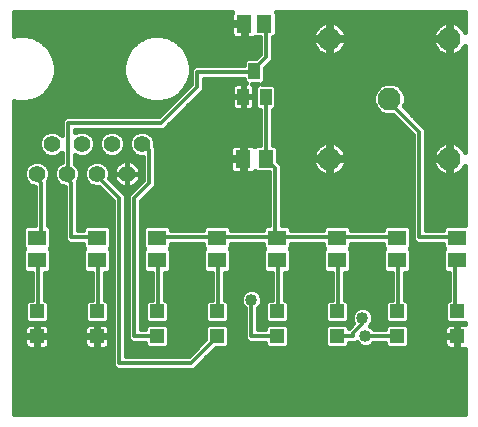
<source format=gtl>
G75*
%MOIN*%
%OFA0B0*%
%FSLAX24Y24*%
%IPPOS*%
%LPD*%
%AMOC8*
5,1,8,0,0,1.08239X$1,22.5*
%
%ADD10C,0.0554*%
%ADD11C,0.0765*%
%ADD12R,0.0512X0.0591*%
%ADD13R,0.0394X0.0551*%
%ADD14R,0.0630X0.0512*%
%ADD15R,0.0472X0.0472*%
%ADD16C,0.0160*%
%ADD17C,0.0140*%
%ADD18C,0.0400*%
D10*
X001430Y008680D03*
X002430Y008680D03*
X003430Y008680D03*
X004430Y008680D03*
X003930Y009680D03*
X004930Y009680D03*
X002930Y009680D03*
X001930Y009680D03*
D11*
X011180Y009180D03*
X013180Y011180D03*
X011180Y013180D03*
X015180Y013180D03*
X015180Y009180D03*
D12*
X009054Y009180D03*
X008306Y009180D03*
X008345Y013680D03*
X009015Y013680D03*
D13*
X008680Y012113D03*
X008306Y011247D03*
X009054Y011247D03*
D14*
X009430Y006554D03*
X009430Y005806D03*
X007430Y005806D03*
X007430Y006554D03*
X005430Y006554D03*
X005430Y005806D03*
X003430Y005806D03*
X003430Y006554D03*
X001430Y006554D03*
X001430Y005806D03*
X011430Y005806D03*
X011430Y006554D03*
X013430Y006554D03*
X013430Y005806D03*
X015430Y005806D03*
X015430Y006554D03*
D15*
X015430Y004093D03*
X015430Y003267D03*
X013430Y003267D03*
X013430Y004093D03*
X011430Y004093D03*
X011430Y003267D03*
X009430Y003267D03*
X009430Y004093D03*
X007430Y004093D03*
X007430Y003267D03*
X005430Y003267D03*
X005430Y004093D03*
X003430Y004093D03*
X003430Y003267D03*
X001430Y003267D03*
X001430Y004093D03*
D16*
X000660Y000660D02*
X000660Y011093D01*
X000783Y011060D01*
X001077Y011060D01*
X001362Y011136D01*
X001618Y011284D01*
X001826Y011492D01*
X001974Y011748D01*
X002050Y012033D01*
X002050Y012327D01*
X001974Y012612D01*
X001826Y012868D01*
X001618Y013076D01*
X001362Y013224D01*
X001077Y013300D01*
X000783Y013300D01*
X000660Y013267D01*
X000660Y014070D01*
X007936Y014070D01*
X007922Y014045D01*
X007909Y013999D01*
X007909Y013728D01*
X008297Y013728D01*
X008297Y013632D01*
X007909Y013632D01*
X007909Y013361D01*
X007922Y013315D01*
X007945Y013274D01*
X007979Y013241D01*
X008020Y013217D01*
X008066Y013205D01*
X008297Y013205D01*
X008297Y013632D01*
X008393Y013632D01*
X008393Y013205D01*
X008625Y013205D01*
X008671Y013217D01*
X008689Y013228D01*
X008692Y013225D01*
X008850Y013225D01*
X008850Y012675D01*
X008723Y012549D01*
X008417Y012549D01*
X008323Y012455D01*
X008323Y012310D01*
X006685Y012310D01*
X006550Y012175D01*
X006550Y011675D01*
X005485Y010610D01*
X002385Y010610D01*
X002250Y010475D01*
X002250Y009978D01*
X002178Y010051D01*
X002017Y010117D01*
X001843Y010117D01*
X001682Y010051D01*
X001559Y009928D01*
X001493Y009767D01*
X001493Y009593D01*
X001559Y009432D01*
X001682Y009309D01*
X001843Y009243D01*
X002017Y009243D01*
X002178Y009309D01*
X002250Y009382D01*
X002250Y009079D01*
X002182Y009051D01*
X002059Y008928D01*
X001993Y008767D01*
X001993Y008593D01*
X002059Y008432D01*
X002182Y008309D01*
X002343Y008243D01*
X002350Y008243D01*
X002350Y006485D01*
X002485Y006350D01*
X002955Y006350D01*
X002955Y006232D01*
X003007Y006180D01*
X002955Y006128D01*
X002955Y005484D01*
X003049Y005390D01*
X003250Y005390D01*
X003250Y004490D01*
X003128Y004490D01*
X003034Y004396D01*
X003034Y003791D01*
X003128Y003697D01*
X003732Y003697D01*
X003826Y003791D01*
X003826Y004396D01*
X003732Y004490D01*
X003710Y004490D01*
X003710Y005390D01*
X003811Y005390D01*
X003905Y005484D01*
X003905Y006128D01*
X003853Y006180D01*
X003905Y006232D01*
X003905Y006876D01*
X003811Y006970D01*
X003049Y006970D01*
X002955Y006876D01*
X002955Y006810D01*
X002810Y006810D01*
X002810Y008455D01*
X002867Y008593D01*
X002867Y008767D01*
X002801Y008928D01*
X002710Y009018D01*
X002710Y009298D01*
X002843Y009243D01*
X003017Y009243D01*
X003178Y009309D01*
X003301Y009432D01*
X003367Y009593D01*
X003367Y009767D01*
X003301Y009928D01*
X003178Y010051D01*
X003017Y010117D01*
X002843Y010117D01*
X002710Y010062D01*
X002710Y010150D01*
X005675Y010150D01*
X005810Y010285D01*
X007010Y011485D01*
X007010Y011850D01*
X008323Y011850D01*
X008323Y011771D01*
X008392Y011703D01*
X008324Y011703D01*
X008324Y011265D01*
X008683Y011265D01*
X008683Y011546D01*
X008671Y011592D01*
X008647Y011633D01*
X008613Y011667D01*
X008594Y011677D01*
X008786Y011677D01*
X008697Y011589D01*
X008697Y010905D01*
X008791Y010811D01*
X008850Y010811D01*
X008850Y009635D01*
X008732Y009635D01*
X008694Y009598D01*
X008672Y009619D01*
X008631Y009643D01*
X008586Y009655D01*
X008354Y009655D01*
X008354Y009228D01*
X008258Y009228D01*
X008258Y009655D01*
X008026Y009655D01*
X007981Y009643D01*
X007940Y009619D01*
X007906Y009586D01*
X007882Y009545D01*
X007870Y009499D01*
X007870Y009228D01*
X008258Y009228D01*
X008258Y009132D01*
X008354Y009132D01*
X008354Y008705D01*
X008586Y008705D01*
X008631Y008717D01*
X008672Y008741D01*
X008694Y008762D01*
X008732Y008725D01*
X009150Y008725D01*
X009150Y006970D01*
X009049Y006970D01*
X008955Y006876D01*
X008955Y006810D01*
X007905Y006810D01*
X007905Y006876D01*
X007811Y006970D01*
X007049Y006970D01*
X006955Y006876D01*
X006955Y006810D01*
X005905Y006810D01*
X005905Y006876D01*
X005811Y006970D01*
X005049Y006970D01*
X004955Y006876D01*
X004955Y006232D01*
X005007Y006180D01*
X004955Y006128D01*
X004955Y005484D01*
X005049Y005390D01*
X005250Y005390D01*
X005250Y004490D01*
X005128Y004490D01*
X005034Y004396D01*
X005034Y003791D01*
X005128Y003697D01*
X005732Y003697D01*
X005826Y003791D01*
X005826Y004396D01*
X005732Y004490D01*
X005710Y004490D01*
X005710Y005390D01*
X005811Y005390D01*
X005905Y005484D01*
X005905Y006128D01*
X005853Y006180D01*
X005905Y006232D01*
X005905Y006350D01*
X006955Y006350D01*
X006955Y006232D01*
X007007Y006180D01*
X006955Y006128D01*
X006955Y005484D01*
X007049Y005390D01*
X007250Y005390D01*
X007250Y004490D01*
X007128Y004490D01*
X007034Y004396D01*
X007034Y003791D01*
X007128Y003697D01*
X007732Y003697D01*
X007826Y003791D01*
X007826Y004396D01*
X007732Y004490D01*
X007710Y004490D01*
X007710Y005390D01*
X007811Y005390D01*
X007905Y005484D01*
X007905Y006128D01*
X007853Y006180D01*
X007905Y006232D01*
X007905Y006350D01*
X008955Y006350D01*
X008955Y006232D01*
X009007Y006180D01*
X008955Y006128D01*
X008955Y005484D01*
X009049Y005390D01*
X009250Y005390D01*
X009250Y004490D01*
X009128Y004490D01*
X009034Y004396D01*
X009034Y003791D01*
X009128Y003697D01*
X009732Y003697D01*
X009826Y003791D01*
X009826Y004396D01*
X009732Y004490D01*
X009710Y004490D01*
X009710Y005390D01*
X009811Y005390D01*
X009905Y005484D01*
X009905Y006128D01*
X009853Y006180D01*
X009905Y006232D01*
X009905Y006350D01*
X010955Y006350D01*
X010955Y006232D01*
X011007Y006180D01*
X010955Y006128D01*
X010955Y005484D01*
X011049Y005390D01*
X011250Y005390D01*
X011250Y004490D01*
X011128Y004490D01*
X011034Y004396D01*
X011034Y003791D01*
X011128Y003697D01*
X011732Y003697D01*
X011826Y003791D01*
X011826Y004396D01*
X011732Y004490D01*
X011710Y004490D01*
X011710Y005390D01*
X011811Y005390D01*
X011905Y005484D01*
X011905Y006128D01*
X011853Y006180D01*
X011905Y006232D01*
X011905Y006350D01*
X012955Y006350D01*
X012955Y006232D01*
X013007Y006180D01*
X012955Y006128D01*
X012955Y005484D01*
X013049Y005390D01*
X013250Y005390D01*
X013250Y004490D01*
X013128Y004490D01*
X013034Y004396D01*
X013034Y003791D01*
X013128Y003697D01*
X013732Y003697D01*
X013826Y003791D01*
X013826Y004396D01*
X013732Y004490D01*
X013710Y004490D01*
X013710Y005390D01*
X013811Y005390D01*
X013905Y005484D01*
X013905Y006128D01*
X013853Y006180D01*
X013905Y006232D01*
X013905Y006876D01*
X013811Y006970D01*
X013049Y006970D01*
X012955Y006876D01*
X012955Y006810D01*
X011905Y006810D01*
X011905Y006876D01*
X011811Y006970D01*
X011049Y006970D01*
X010955Y006876D01*
X010955Y006810D01*
X009905Y006810D01*
X009905Y006876D01*
X009811Y006970D01*
X009610Y006970D01*
X009610Y008975D01*
X009475Y009110D01*
X009470Y009115D01*
X009470Y009542D01*
X009376Y009635D01*
X009310Y009635D01*
X009310Y010811D01*
X009317Y010811D01*
X009411Y010905D01*
X009411Y011589D01*
X009317Y011683D01*
X008948Y011683D01*
X009037Y011771D01*
X009037Y012212D01*
X009175Y012350D01*
X009310Y012485D01*
X009310Y013225D01*
X009337Y013225D01*
X009431Y013318D01*
X009431Y014042D01*
X009402Y014070D01*
X015692Y014070D01*
X015692Y013414D01*
X015661Y013475D01*
X015609Y013546D01*
X015546Y013609D01*
X015475Y013661D01*
X015396Y013701D01*
X015312Y013729D01*
X015228Y013742D01*
X015228Y013228D01*
X015132Y013228D01*
X015132Y013742D01*
X015048Y013729D01*
X014964Y013701D01*
X014885Y013661D01*
X014814Y013609D01*
X014751Y013546D01*
X014699Y013475D01*
X014659Y013396D01*
X014631Y013312D01*
X014618Y013228D01*
X015132Y013228D01*
X015132Y013132D01*
X015228Y013132D01*
X015228Y012618D01*
X015312Y012631D01*
X015396Y012659D01*
X015475Y012699D01*
X015546Y012751D01*
X015609Y012814D01*
X015661Y012885D01*
X015692Y012946D01*
X015692Y009414D01*
X015661Y009475D01*
X015609Y009546D01*
X015546Y009609D01*
X015475Y009661D01*
X015396Y009701D01*
X015312Y009729D01*
X015228Y009742D01*
X015228Y009228D01*
X015132Y009228D01*
X015132Y009742D01*
X015048Y009729D01*
X014964Y009701D01*
X014885Y009661D01*
X014814Y009609D01*
X014751Y009546D01*
X014699Y009475D01*
X014659Y009396D01*
X014631Y009312D01*
X014618Y009228D01*
X015132Y009228D01*
X015132Y009132D01*
X015228Y009132D01*
X015228Y008618D01*
X015312Y008631D01*
X015396Y008659D01*
X015475Y008699D01*
X015546Y008751D01*
X015609Y008814D01*
X015661Y008885D01*
X015692Y008946D01*
X015692Y006970D01*
X015049Y006970D01*
X014955Y006876D01*
X014955Y006810D01*
X014410Y006810D01*
X014410Y010175D01*
X013661Y010924D01*
X013722Y011072D01*
X013722Y011288D01*
X013640Y011487D01*
X013487Y011640D01*
X013288Y011722D01*
X013072Y011722D01*
X012873Y011640D01*
X012720Y011487D01*
X012638Y011288D01*
X012638Y011072D01*
X012720Y010873D01*
X012873Y010720D01*
X013072Y010638D01*
X013288Y010638D01*
X013295Y010640D01*
X013950Y009985D01*
X013950Y006485D01*
X014085Y006350D01*
X014955Y006350D01*
X014955Y006232D01*
X015007Y006180D01*
X014955Y006128D01*
X014955Y005484D01*
X015049Y005390D01*
X015150Y005390D01*
X015150Y004490D01*
X015128Y004490D01*
X015034Y004396D01*
X015034Y003791D01*
X015128Y003697D01*
X015692Y003697D01*
X015692Y003682D01*
X015690Y003683D01*
X015468Y003683D01*
X015468Y003305D01*
X015392Y003305D01*
X015392Y003683D01*
X015170Y003683D01*
X015124Y003671D01*
X015083Y003647D01*
X015050Y003613D01*
X015026Y003572D01*
X015014Y003527D01*
X015014Y003305D01*
X015392Y003305D01*
X015392Y003229D01*
X015014Y003229D01*
X015014Y003007D01*
X015026Y002961D01*
X015050Y002920D01*
X015083Y002886D01*
X015124Y002863D01*
X015170Y002850D01*
X015392Y002850D01*
X015392Y003228D01*
X015468Y003228D01*
X015468Y002850D01*
X015690Y002850D01*
X015692Y002851D01*
X015692Y000660D01*
X000660Y000660D01*
X000660Y000814D02*
X015692Y000814D01*
X015692Y000973D02*
X000660Y000973D01*
X000660Y001131D02*
X015692Y001131D01*
X015692Y001290D02*
X000660Y001290D01*
X000660Y001448D02*
X015692Y001448D01*
X015692Y001607D02*
X000660Y001607D01*
X000660Y001765D02*
X015692Y001765D01*
X015692Y001924D02*
X000660Y001924D01*
X000660Y002082D02*
X015692Y002082D01*
X015692Y002241D02*
X006766Y002241D01*
X006810Y002285D02*
X007396Y002870D01*
X007732Y002870D01*
X007826Y002964D01*
X007826Y003569D01*
X007732Y003663D01*
X007128Y003663D01*
X007034Y003569D01*
X007034Y003159D01*
X006485Y002610D01*
X004410Y002610D01*
X004410Y007975D01*
X003845Y008540D01*
X003867Y008593D01*
X003867Y008767D01*
X003801Y008928D01*
X003678Y009051D01*
X003517Y009117D01*
X003343Y009117D01*
X003182Y009051D01*
X003059Y008928D01*
X002993Y008767D01*
X002993Y008593D01*
X003059Y008432D01*
X003182Y008309D01*
X003343Y008243D01*
X003492Y008243D01*
X003950Y007785D01*
X003950Y002285D01*
X004085Y002150D01*
X006675Y002150D01*
X006810Y002285D01*
X006924Y002399D02*
X015692Y002399D01*
X015692Y002558D02*
X007083Y002558D01*
X007241Y002716D02*
X015692Y002716D01*
X015468Y002875D02*
X015392Y002875D01*
X015392Y003033D02*
X015468Y003033D01*
X015468Y003192D02*
X015392Y003192D01*
X015392Y003350D02*
X015468Y003350D01*
X015468Y003509D02*
X015392Y003509D01*
X015392Y003667D02*
X015468Y003667D01*
X015118Y003667D02*
X012576Y003667D01*
X012585Y003676D02*
X012640Y003808D01*
X012640Y003952D01*
X012585Y004084D01*
X012484Y004185D01*
X012352Y004240D01*
X012208Y004240D01*
X012076Y004185D01*
X011975Y004084D01*
X011920Y003952D01*
X011920Y003808D01*
X011968Y003693D01*
X011826Y003551D01*
X011826Y003569D01*
X011732Y003663D01*
X011128Y003663D01*
X011034Y003569D01*
X011034Y002964D01*
X011128Y002870D01*
X011732Y002870D01*
X011826Y002964D01*
X011826Y003050D01*
X012075Y003050D01*
X012088Y003063D01*
X012176Y002975D01*
X012308Y002920D01*
X012452Y002920D01*
X012584Y002975D01*
X012659Y003050D01*
X013034Y003050D01*
X013034Y002964D01*
X013128Y002870D01*
X013732Y002870D01*
X013826Y002964D01*
X013826Y003569D01*
X013732Y003663D01*
X013128Y003663D01*
X013034Y003569D01*
X013034Y003510D01*
X012659Y003510D01*
X012584Y003585D01*
X012521Y003611D01*
X012585Y003676D01*
X012640Y003826D02*
X013034Y003826D01*
X013034Y003984D02*
X012627Y003984D01*
X012527Y004143D02*
X013034Y004143D01*
X013034Y004301D02*
X011826Y004301D01*
X011826Y004143D02*
X012033Y004143D01*
X011933Y003984D02*
X011826Y003984D01*
X011826Y003826D02*
X011920Y003826D01*
X011942Y003667D02*
X008810Y003667D01*
X008810Y003510D02*
X008810Y004201D01*
X008885Y004276D01*
X008940Y004408D01*
X008940Y004552D01*
X008885Y004684D01*
X008784Y004785D01*
X008652Y004840D01*
X008508Y004840D01*
X008376Y004785D01*
X008275Y004684D01*
X008220Y004552D01*
X008220Y004408D01*
X008275Y004276D01*
X008350Y004201D01*
X008350Y003185D01*
X008485Y003050D01*
X009034Y003050D01*
X009034Y002964D01*
X009128Y002870D01*
X009732Y002870D01*
X009826Y002964D01*
X009826Y003569D01*
X009732Y003663D01*
X009128Y003663D01*
X009034Y003569D01*
X009034Y003510D01*
X008810Y003510D01*
X008810Y003826D02*
X009034Y003826D01*
X009034Y003984D02*
X008810Y003984D01*
X008810Y004143D02*
X009034Y004143D01*
X009034Y004301D02*
X008896Y004301D01*
X008940Y004460D02*
X009097Y004460D01*
X009250Y004618D02*
X008912Y004618D01*
X008793Y004777D02*
X009250Y004777D01*
X009250Y004935D02*
X007710Y004935D01*
X007710Y004777D02*
X008367Y004777D01*
X008248Y004618D02*
X007710Y004618D01*
X007763Y004460D02*
X008220Y004460D01*
X008264Y004301D02*
X007826Y004301D01*
X007826Y004143D02*
X008350Y004143D01*
X008350Y003984D02*
X007826Y003984D01*
X007826Y003826D02*
X008350Y003826D01*
X008350Y003667D02*
X004910Y003667D01*
X004910Y003510D02*
X004910Y007785D01*
X005275Y008150D01*
X005410Y008285D01*
X005410Y009575D01*
X005367Y009618D01*
X005367Y009767D01*
X005301Y009928D01*
X005178Y010051D01*
X005017Y010117D01*
X004843Y010117D01*
X004682Y010051D01*
X004559Y009928D01*
X004493Y009767D01*
X004493Y009593D01*
X004559Y009432D01*
X004682Y009309D01*
X004843Y009243D01*
X004950Y009243D01*
X004950Y008475D01*
X004450Y007975D01*
X004450Y003185D01*
X004585Y003050D01*
X005034Y003050D01*
X005034Y002964D01*
X005128Y002870D01*
X005732Y002870D01*
X005826Y002964D01*
X005826Y003569D01*
X005732Y003663D01*
X005128Y003663D01*
X005034Y003569D01*
X005034Y003510D01*
X004910Y003510D01*
X004910Y003826D02*
X005034Y003826D01*
X005034Y003984D02*
X004910Y003984D01*
X004910Y004143D02*
X005034Y004143D01*
X005034Y004301D02*
X004910Y004301D01*
X004910Y004460D02*
X005097Y004460D01*
X005250Y004618D02*
X004910Y004618D01*
X004910Y004777D02*
X005250Y004777D01*
X005250Y004935D02*
X004910Y004935D01*
X004910Y005094D02*
X005250Y005094D01*
X005250Y005252D02*
X004910Y005252D01*
X004910Y005411D02*
X005028Y005411D01*
X004955Y005569D02*
X004910Y005569D01*
X004910Y005728D02*
X004955Y005728D01*
X004955Y005886D02*
X004910Y005886D01*
X004910Y006045D02*
X004955Y006045D01*
X004984Y006203D02*
X004910Y006203D01*
X004910Y006362D02*
X004955Y006362D01*
X004955Y006520D02*
X004910Y006520D01*
X004910Y006679D02*
X004955Y006679D01*
X004955Y006837D02*
X004910Y006837D01*
X004910Y006996D02*
X009150Y006996D01*
X009150Y007154D02*
X004910Y007154D01*
X004910Y007313D02*
X009150Y007313D01*
X009150Y007471D02*
X004910Y007471D01*
X004910Y007630D02*
X009150Y007630D01*
X009150Y007788D02*
X004913Y007788D01*
X005072Y007947D02*
X009150Y007947D01*
X009150Y008105D02*
X005230Y008105D01*
X005389Y008264D02*
X009150Y008264D01*
X009150Y008422D02*
X005410Y008422D01*
X005410Y008581D02*
X009150Y008581D01*
X008718Y008739D02*
X008670Y008739D01*
X008354Y008739D02*
X008258Y008739D01*
X008258Y008705D02*
X008258Y009132D01*
X007870Y009132D01*
X007870Y008861D01*
X007882Y008815D01*
X007906Y008774D01*
X007940Y008741D01*
X007981Y008717D01*
X008026Y008705D01*
X008258Y008705D01*
X008258Y008898D02*
X008354Y008898D01*
X008354Y009056D02*
X008258Y009056D01*
X008258Y009215D02*
X005410Y009215D01*
X005410Y009373D02*
X007870Y009373D01*
X007879Y009532D02*
X005410Y009532D01*
X005367Y009690D02*
X008850Y009690D01*
X008850Y009849D02*
X005333Y009849D01*
X005221Y010007D02*
X008850Y010007D01*
X008850Y010166D02*
X005691Y010166D01*
X005849Y010324D02*
X008850Y010324D01*
X008850Y010483D02*
X006008Y010483D01*
X006166Y010641D02*
X008850Y010641D01*
X008850Y010800D02*
X008557Y010800D01*
X008572Y010804D02*
X008613Y010827D01*
X008647Y010861D01*
X008671Y010902D01*
X008683Y010948D01*
X008683Y011229D01*
X008324Y011229D01*
X008324Y011265D01*
X008288Y011265D01*
X008288Y011229D01*
X008288Y011228D02*
X008324Y011228D01*
X008324Y010791D01*
X008527Y010791D01*
X008572Y010804D01*
X008683Y010958D02*
X008697Y010958D01*
X008683Y011117D02*
X008697Y011117D01*
X008683Y011275D02*
X008697Y011275D01*
X008683Y011434D02*
X008697Y011434D01*
X008700Y011592D02*
X008671Y011592D01*
X008344Y011751D02*
X007010Y011751D01*
X007010Y011592D02*
X007941Y011592D01*
X007929Y011546D01*
X007929Y011265D01*
X008288Y011265D01*
X008288Y011703D01*
X008085Y011703D01*
X008040Y011690D01*
X007999Y011667D01*
X007965Y011633D01*
X007941Y011592D01*
X007929Y011434D02*
X006959Y011434D01*
X006800Y011275D02*
X007929Y011275D01*
X007929Y011229D02*
X007929Y010948D01*
X007941Y010902D01*
X007965Y010861D01*
X007999Y010827D01*
X008040Y010804D01*
X008085Y010791D01*
X008288Y010791D01*
X008288Y011228D01*
X008288Y011229D02*
X007929Y011229D01*
X007929Y011117D02*
X006642Y011117D01*
X006483Y010958D02*
X007929Y010958D01*
X008055Y010800D02*
X006325Y010800D01*
X005991Y011117D02*
X005788Y011117D01*
X005862Y011136D02*
X006118Y011284D01*
X006326Y011492D01*
X006474Y011748D01*
X006550Y012033D01*
X006550Y012327D01*
X006474Y012612D01*
X006326Y012868D01*
X006118Y013076D01*
X005862Y013224D01*
X005577Y013300D01*
X005283Y013300D01*
X004998Y013224D01*
X004742Y013076D01*
X004534Y012868D01*
X004386Y012612D01*
X004310Y012327D01*
X004310Y012033D01*
X004386Y011748D01*
X004534Y011492D01*
X004742Y011284D01*
X004998Y011136D01*
X005283Y011060D01*
X005577Y011060D01*
X005862Y011136D01*
X005833Y010958D02*
X000660Y010958D01*
X000660Y010800D02*
X005674Y010800D01*
X005516Y010641D02*
X000660Y010641D01*
X000660Y010483D02*
X002257Y010483D01*
X002250Y010324D02*
X000660Y010324D01*
X000660Y010166D02*
X002250Y010166D01*
X002250Y010007D02*
X002221Y010007D01*
X001639Y010007D02*
X000660Y010007D01*
X000660Y009849D02*
X001527Y009849D01*
X001493Y009690D02*
X000660Y009690D01*
X000660Y009532D02*
X001518Y009532D01*
X001619Y009373D02*
X000660Y009373D01*
X000660Y009215D02*
X002250Y009215D01*
X002241Y009373D02*
X002250Y009373D01*
X002195Y009056D02*
X001665Y009056D01*
X001678Y009051D02*
X001517Y009117D01*
X001343Y009117D01*
X001182Y009051D01*
X001059Y008928D01*
X000993Y008767D01*
X000993Y008593D01*
X001059Y008432D01*
X001182Y008309D01*
X001343Y008243D01*
X001350Y008243D01*
X001350Y006970D01*
X001049Y006970D01*
X000955Y006876D01*
X000955Y006232D01*
X001007Y006180D01*
X000955Y006128D01*
X000955Y005484D01*
X001049Y005390D01*
X001250Y005390D01*
X001250Y004490D01*
X001128Y004490D01*
X001034Y004396D01*
X001034Y003791D01*
X001128Y003697D01*
X001732Y003697D01*
X001826Y003791D01*
X001826Y004396D01*
X001732Y004490D01*
X001710Y004490D01*
X001710Y005390D01*
X001811Y005390D01*
X001905Y005484D01*
X001905Y006128D01*
X001853Y006180D01*
X001905Y006232D01*
X001905Y006876D01*
X001811Y006970D01*
X001810Y006970D01*
X001810Y008455D01*
X001867Y008593D01*
X001867Y008767D01*
X001801Y008928D01*
X001678Y009051D01*
X001813Y008898D02*
X002047Y008898D01*
X001993Y008739D02*
X001867Y008739D01*
X001862Y008581D02*
X001998Y008581D01*
X002070Y008422D02*
X001810Y008422D01*
X001810Y008264D02*
X002293Y008264D01*
X002350Y008105D02*
X001810Y008105D01*
X001810Y007947D02*
X002350Y007947D01*
X002350Y007788D02*
X001810Y007788D01*
X001810Y007630D02*
X002350Y007630D01*
X002350Y007471D02*
X001810Y007471D01*
X001810Y007313D02*
X002350Y007313D01*
X002350Y007154D02*
X001810Y007154D01*
X001810Y006996D02*
X002350Y006996D01*
X002350Y006837D02*
X001905Y006837D01*
X001905Y006679D02*
X002350Y006679D01*
X002350Y006520D02*
X001905Y006520D01*
X001905Y006362D02*
X002473Y006362D01*
X002984Y006203D02*
X001876Y006203D01*
X001905Y006045D02*
X002955Y006045D01*
X002955Y005886D02*
X001905Y005886D01*
X001905Y005728D02*
X002955Y005728D01*
X002955Y005569D02*
X001905Y005569D01*
X001832Y005411D02*
X003028Y005411D01*
X003250Y005252D02*
X001710Y005252D01*
X001710Y005094D02*
X003250Y005094D01*
X003250Y004935D02*
X001710Y004935D01*
X001710Y004777D02*
X003250Y004777D01*
X003250Y004618D02*
X001710Y004618D01*
X001763Y004460D02*
X003097Y004460D01*
X003034Y004301D02*
X001826Y004301D01*
X001826Y004143D02*
X003034Y004143D01*
X003034Y003984D02*
X001826Y003984D01*
X001826Y003826D02*
X003034Y003826D01*
X003124Y003671D02*
X003083Y003647D01*
X003050Y003613D01*
X003026Y003572D01*
X003014Y003527D01*
X003014Y003305D01*
X003392Y003305D01*
X003392Y003683D01*
X003170Y003683D01*
X003124Y003671D01*
X003118Y003667D02*
X001742Y003667D01*
X001736Y003671D02*
X001690Y003683D01*
X001468Y003683D01*
X001468Y003305D01*
X001392Y003305D01*
X001392Y003683D01*
X001170Y003683D01*
X001124Y003671D01*
X001083Y003647D01*
X001050Y003613D01*
X001026Y003572D01*
X001014Y003527D01*
X001014Y003305D01*
X001392Y003305D01*
X001392Y003229D01*
X001014Y003229D01*
X001014Y003007D01*
X001026Y002961D01*
X001050Y002920D01*
X001083Y002886D01*
X001124Y002863D01*
X001170Y002850D01*
X001392Y002850D01*
X001392Y003228D01*
X001468Y003228D01*
X001468Y002850D01*
X001690Y002850D01*
X001736Y002863D01*
X001777Y002886D01*
X001810Y002920D01*
X001834Y002961D01*
X001846Y003007D01*
X001846Y003229D01*
X001468Y003229D01*
X001468Y003305D01*
X001846Y003305D01*
X001846Y003527D01*
X001834Y003572D01*
X001810Y003613D01*
X001777Y003647D01*
X001736Y003671D01*
X001846Y003509D02*
X003014Y003509D01*
X003014Y003350D02*
X001846Y003350D01*
X001846Y003192D02*
X003014Y003192D01*
X003014Y003229D02*
X003014Y003007D01*
X003026Y002961D01*
X003050Y002920D01*
X003083Y002886D01*
X003124Y002863D01*
X003170Y002850D01*
X003392Y002850D01*
X003392Y003228D01*
X003468Y003228D01*
X003468Y002850D01*
X003690Y002850D01*
X003736Y002863D01*
X003777Y002886D01*
X003810Y002920D01*
X003834Y002961D01*
X003846Y003007D01*
X003846Y003229D01*
X003468Y003229D01*
X003468Y003305D01*
X003392Y003305D01*
X003392Y003229D01*
X003014Y003229D01*
X003014Y003033D02*
X001846Y003033D01*
X001756Y002875D02*
X003104Y002875D01*
X003392Y002875D02*
X003468Y002875D01*
X003468Y003033D02*
X003392Y003033D01*
X003392Y003192D02*
X003468Y003192D01*
X003468Y003305D02*
X003846Y003305D01*
X003846Y003527D01*
X003834Y003572D01*
X003810Y003613D01*
X003777Y003647D01*
X003736Y003671D01*
X003690Y003683D01*
X003468Y003683D01*
X003468Y003305D01*
X003468Y003350D02*
X003392Y003350D01*
X003392Y003509D02*
X003468Y003509D01*
X003468Y003667D02*
X003392Y003667D01*
X003742Y003667D02*
X003950Y003667D01*
X003950Y003509D02*
X003846Y003509D01*
X003846Y003350D02*
X003950Y003350D01*
X003950Y003192D02*
X003846Y003192D01*
X003846Y003033D02*
X003950Y003033D01*
X003950Y002875D02*
X003756Y002875D01*
X003950Y002716D02*
X000660Y002716D01*
X000660Y002558D02*
X003950Y002558D01*
X003950Y002399D02*
X000660Y002399D01*
X000660Y002241D02*
X003994Y002241D01*
X004410Y002716D02*
X006591Y002716D01*
X006749Y002875D02*
X005737Y002875D01*
X005826Y003033D02*
X006908Y003033D01*
X007034Y003192D02*
X005826Y003192D01*
X005826Y003350D02*
X007034Y003350D01*
X007034Y003509D02*
X005826Y003509D01*
X005826Y003826D02*
X007034Y003826D01*
X007034Y003984D02*
X005826Y003984D01*
X005826Y004143D02*
X007034Y004143D01*
X007034Y004301D02*
X005826Y004301D01*
X005763Y004460D02*
X007097Y004460D01*
X007250Y004618D02*
X005710Y004618D01*
X005710Y004777D02*
X007250Y004777D01*
X007250Y004935D02*
X005710Y004935D01*
X005710Y005094D02*
X007250Y005094D01*
X007250Y005252D02*
X005710Y005252D01*
X005832Y005411D02*
X007028Y005411D01*
X006955Y005569D02*
X005905Y005569D01*
X005905Y005728D02*
X006955Y005728D01*
X006955Y005886D02*
X005905Y005886D01*
X005905Y006045D02*
X006955Y006045D01*
X006984Y006203D02*
X005876Y006203D01*
X005905Y006837D02*
X006955Y006837D01*
X007905Y006837D02*
X008955Y006837D01*
X009610Y006996D02*
X013950Y006996D01*
X013950Y007154D02*
X009610Y007154D01*
X009610Y007313D02*
X013950Y007313D01*
X013950Y007471D02*
X009610Y007471D01*
X009610Y007630D02*
X013950Y007630D01*
X013950Y007788D02*
X009610Y007788D01*
X009610Y007947D02*
X013950Y007947D01*
X013950Y008105D02*
X009610Y008105D01*
X009610Y008264D02*
X013950Y008264D01*
X013950Y008422D02*
X009610Y008422D01*
X009610Y008581D02*
X013950Y008581D01*
X013950Y008739D02*
X011530Y008739D01*
X011546Y008751D02*
X011609Y008814D01*
X011661Y008885D01*
X011701Y008964D01*
X011729Y009048D01*
X011742Y009132D01*
X011228Y009132D01*
X011228Y009228D01*
X011742Y009228D01*
X011729Y009312D01*
X011701Y009396D01*
X011661Y009475D01*
X011609Y009546D01*
X011546Y009609D01*
X011475Y009661D01*
X011396Y009701D01*
X011312Y009729D01*
X011228Y009742D01*
X011228Y009228D01*
X011132Y009228D01*
X011132Y009742D01*
X011048Y009729D01*
X010964Y009701D01*
X010885Y009661D01*
X010814Y009609D01*
X010751Y009546D01*
X010699Y009475D01*
X010659Y009396D01*
X010631Y009312D01*
X010618Y009228D01*
X011132Y009228D01*
X011132Y009132D01*
X011228Y009132D01*
X011228Y008618D01*
X011312Y008631D01*
X011396Y008659D01*
X011475Y008699D01*
X011546Y008751D01*
X011667Y008898D02*
X013950Y008898D01*
X013950Y009056D02*
X011730Y009056D01*
X011709Y009373D02*
X013950Y009373D01*
X013950Y009215D02*
X011228Y009215D01*
X011132Y009215D02*
X009470Y009215D01*
X009470Y009373D02*
X010651Y009373D01*
X010740Y009532D02*
X009470Y009532D01*
X009310Y009690D02*
X010942Y009690D01*
X011132Y009690D02*
X011228Y009690D01*
X011228Y009532D02*
X011132Y009532D01*
X011132Y009373D02*
X011228Y009373D01*
X011132Y009132D02*
X010618Y009132D01*
X010631Y009048D01*
X010659Y008964D01*
X010699Y008885D01*
X010751Y008814D01*
X010814Y008751D01*
X010885Y008699D01*
X010964Y008659D01*
X011048Y008631D01*
X011132Y008618D01*
X011132Y009132D01*
X011132Y009056D02*
X011228Y009056D01*
X011228Y008898D02*
X011132Y008898D01*
X011132Y008739D02*
X011228Y008739D01*
X010830Y008739D02*
X009610Y008739D01*
X009610Y008898D02*
X010693Y008898D01*
X010630Y009056D02*
X009529Y009056D01*
X009310Y009849D02*
X013950Y009849D01*
X013950Y009690D02*
X011418Y009690D01*
X011620Y009532D02*
X013950Y009532D01*
X014410Y009532D02*
X014740Y009532D01*
X014651Y009373D02*
X014410Y009373D01*
X014410Y009215D02*
X015132Y009215D01*
X015132Y009132D02*
X014618Y009132D01*
X014631Y009048D01*
X014659Y008964D01*
X014699Y008885D01*
X014751Y008814D01*
X014814Y008751D01*
X014885Y008699D01*
X014964Y008659D01*
X015048Y008631D01*
X015132Y008618D01*
X015132Y009132D01*
X015132Y009056D02*
X015228Y009056D01*
X015228Y008898D02*
X015132Y008898D01*
X015132Y008739D02*
X015228Y008739D01*
X015530Y008739D02*
X015692Y008739D01*
X015692Y008581D02*
X014410Y008581D01*
X014410Y008739D02*
X014830Y008739D01*
X014693Y008898D02*
X014410Y008898D01*
X014410Y009056D02*
X014630Y009056D01*
X015132Y009373D02*
X015228Y009373D01*
X015228Y009532D02*
X015132Y009532D01*
X015132Y009690D02*
X015228Y009690D01*
X015418Y009690D02*
X015692Y009690D01*
X015692Y009532D02*
X015620Y009532D01*
X015692Y009849D02*
X014410Y009849D01*
X014410Y010007D02*
X015692Y010007D01*
X015692Y010166D02*
X014410Y010166D01*
X014261Y010324D02*
X015692Y010324D01*
X015692Y010483D02*
X014103Y010483D01*
X013944Y010641D02*
X015692Y010641D01*
X015692Y010800D02*
X013786Y010800D01*
X013675Y010958D02*
X015692Y010958D01*
X015692Y011117D02*
X013722Y011117D01*
X013722Y011275D02*
X015692Y011275D01*
X015692Y011434D02*
X013662Y011434D01*
X013535Y011592D02*
X015692Y011592D01*
X015692Y011751D02*
X009016Y011751D01*
X009037Y011909D02*
X015692Y011909D01*
X015692Y012068D02*
X009037Y012068D01*
X009051Y012226D02*
X015692Y012226D01*
X015692Y012385D02*
X009210Y012385D01*
X009310Y012543D02*
X015692Y012543D01*
X015692Y012702D02*
X015478Y012702D01*
X015643Y012860D02*
X015692Y012860D01*
X015228Y012860D02*
X015132Y012860D01*
X015132Y012702D02*
X015228Y012702D01*
X015132Y012618D02*
X015132Y013132D01*
X014618Y013132D01*
X014631Y013048D01*
X014659Y012964D01*
X014699Y012885D01*
X014751Y012814D01*
X014814Y012751D01*
X014885Y012699D01*
X014964Y012659D01*
X015048Y012631D01*
X015132Y012618D01*
X014882Y012702D02*
X011478Y012702D01*
X011475Y012699D02*
X011546Y012751D01*
X011609Y012814D01*
X011661Y012885D01*
X011701Y012964D01*
X011729Y013048D01*
X011742Y013132D01*
X011228Y013132D01*
X011228Y013228D01*
X011742Y013228D01*
X011729Y013312D01*
X011701Y013396D01*
X011661Y013475D01*
X011609Y013546D01*
X011546Y013609D01*
X011475Y013661D01*
X011396Y013701D01*
X011312Y013729D01*
X011228Y013742D01*
X011228Y013228D01*
X011132Y013228D01*
X011132Y013742D01*
X011048Y013729D01*
X010964Y013701D01*
X010885Y013661D01*
X010814Y013609D01*
X010751Y013546D01*
X010699Y013475D01*
X010659Y013396D01*
X010631Y013312D01*
X010618Y013228D01*
X011132Y013228D01*
X011132Y013132D01*
X011228Y013132D01*
X011228Y012618D01*
X011312Y012631D01*
X011396Y012659D01*
X011475Y012699D01*
X011643Y012860D02*
X014717Y012860D01*
X014641Y013019D02*
X011719Y013019D01*
X011721Y013336D02*
X014639Y013336D01*
X014713Y013494D02*
X011647Y013494D01*
X011487Y013653D02*
X014873Y013653D01*
X015132Y013653D02*
X015228Y013653D01*
X015228Y013494D02*
X015132Y013494D01*
X015132Y013336D02*
X015228Y013336D01*
X015132Y013177D02*
X011228Y013177D01*
X011132Y013177D02*
X009310Y013177D01*
X009310Y013019D02*
X010641Y013019D01*
X010631Y013048D02*
X010659Y012964D01*
X010699Y012885D01*
X010751Y012814D01*
X010814Y012751D01*
X010885Y012699D01*
X010964Y012659D01*
X011048Y012631D01*
X011132Y012618D01*
X011132Y013132D01*
X010618Y013132D01*
X010631Y013048D01*
X010717Y012860D02*
X009310Y012860D01*
X009310Y012702D02*
X010882Y012702D01*
X011132Y012702D02*
X011228Y012702D01*
X011228Y012860D02*
X011132Y012860D01*
X011132Y013019D02*
X011228Y013019D01*
X011228Y013336D02*
X011132Y013336D01*
X011132Y013494D02*
X011228Y013494D01*
X011228Y013653D02*
X011132Y013653D01*
X010873Y013653D02*
X009431Y013653D01*
X009431Y013811D02*
X015692Y013811D01*
X015692Y013653D02*
X015487Y013653D01*
X015647Y013494D02*
X015692Y013494D01*
X015228Y013019D02*
X015132Y013019D01*
X015692Y013970D02*
X009431Y013970D01*
X009431Y013494D02*
X010713Y013494D01*
X010639Y013336D02*
X009431Y013336D01*
X008850Y013177D02*
X005943Y013177D01*
X006175Y013019D02*
X008850Y013019D01*
X008850Y012860D02*
X006331Y012860D01*
X006422Y012702D02*
X008850Y012702D01*
X008411Y012543D02*
X006492Y012543D01*
X006535Y012385D02*
X008323Y012385D01*
X008288Y011592D02*
X008324Y011592D01*
X008324Y011434D02*
X008288Y011434D01*
X008288Y011275D02*
X008324Y011275D01*
X008324Y011117D02*
X008288Y011117D01*
X008288Y010958D02*
X008324Y010958D01*
X008324Y010800D02*
X008288Y010800D01*
X009310Y010800D02*
X012793Y010800D01*
X012685Y010958D02*
X009411Y010958D01*
X009411Y011117D02*
X012638Y011117D01*
X012638Y011275D02*
X009411Y011275D01*
X009411Y011434D02*
X012698Y011434D01*
X012825Y011592D02*
X009408Y011592D01*
X009310Y010641D02*
X013064Y010641D01*
X013452Y010483D02*
X009310Y010483D01*
X009310Y010324D02*
X013611Y010324D01*
X013769Y010166D02*
X009310Y010166D01*
X009310Y010007D02*
X013928Y010007D01*
X014410Y009690D02*
X014942Y009690D01*
X015667Y008898D02*
X015692Y008898D01*
X015692Y008422D02*
X014410Y008422D01*
X014410Y008264D02*
X015692Y008264D01*
X015692Y008105D02*
X014410Y008105D01*
X014410Y007947D02*
X015692Y007947D01*
X015692Y007788D02*
X014410Y007788D01*
X014410Y007630D02*
X015692Y007630D01*
X015692Y007471D02*
X014410Y007471D01*
X014410Y007313D02*
X015692Y007313D01*
X015692Y007154D02*
X014410Y007154D01*
X014410Y006996D02*
X015692Y006996D01*
X014955Y006837D02*
X014410Y006837D01*
X013950Y006837D02*
X013905Y006837D01*
X013905Y006679D02*
X013950Y006679D01*
X013950Y006520D02*
X013905Y006520D01*
X013905Y006362D02*
X014073Y006362D01*
X013876Y006203D02*
X014984Y006203D01*
X014955Y006045D02*
X013905Y006045D01*
X013905Y005886D02*
X014955Y005886D01*
X014955Y005728D02*
X013905Y005728D01*
X013905Y005569D02*
X014955Y005569D01*
X015028Y005411D02*
X013832Y005411D01*
X013710Y005252D02*
X015150Y005252D01*
X015150Y005094D02*
X013710Y005094D01*
X013710Y004935D02*
X015150Y004935D01*
X015150Y004777D02*
X013710Y004777D01*
X013710Y004618D02*
X015150Y004618D01*
X015097Y004460D02*
X013763Y004460D01*
X013826Y004301D02*
X015034Y004301D01*
X015034Y004143D02*
X013826Y004143D01*
X013826Y003984D02*
X015034Y003984D01*
X015034Y003826D02*
X013826Y003826D01*
X013826Y003509D02*
X015014Y003509D01*
X015014Y003350D02*
X013826Y003350D01*
X013826Y003192D02*
X015014Y003192D01*
X015014Y003033D02*
X013826Y003033D01*
X013737Y002875D02*
X015104Y002875D01*
X013123Y002875D02*
X011737Y002875D01*
X011826Y003033D02*
X012118Y003033D01*
X012642Y003033D02*
X013034Y003033D01*
X013097Y004460D02*
X011763Y004460D01*
X011710Y004618D02*
X013250Y004618D01*
X013250Y004777D02*
X011710Y004777D01*
X011710Y004935D02*
X013250Y004935D01*
X013250Y005094D02*
X011710Y005094D01*
X011710Y005252D02*
X013250Y005252D01*
X013028Y005411D02*
X011832Y005411D01*
X011905Y005569D02*
X012955Y005569D01*
X012955Y005728D02*
X011905Y005728D01*
X011905Y005886D02*
X012955Y005886D01*
X012955Y006045D02*
X011905Y006045D01*
X011876Y006203D02*
X012984Y006203D01*
X012955Y006837D02*
X011905Y006837D01*
X010984Y006203D02*
X009876Y006203D01*
X009905Y006045D02*
X010955Y006045D01*
X010955Y005886D02*
X009905Y005886D01*
X009905Y005728D02*
X010955Y005728D01*
X010955Y005569D02*
X009905Y005569D01*
X009832Y005411D02*
X011028Y005411D01*
X011250Y005252D02*
X009710Y005252D01*
X009710Y005094D02*
X011250Y005094D01*
X011250Y004935D02*
X009710Y004935D01*
X009710Y004777D02*
X011250Y004777D01*
X011250Y004618D02*
X009710Y004618D01*
X009763Y004460D02*
X011097Y004460D01*
X011034Y004301D02*
X009826Y004301D01*
X009826Y004143D02*
X011034Y004143D01*
X011034Y003984D02*
X009826Y003984D01*
X009826Y003826D02*
X011034Y003826D01*
X011034Y003509D02*
X009826Y003509D01*
X009826Y003350D02*
X011034Y003350D01*
X011034Y003192D02*
X009826Y003192D01*
X009826Y003033D02*
X011034Y003033D01*
X011123Y002875D02*
X009737Y002875D01*
X009123Y002875D02*
X007737Y002875D01*
X007826Y003033D02*
X009034Y003033D01*
X008350Y003192D02*
X007826Y003192D01*
X007826Y003350D02*
X008350Y003350D01*
X008350Y003509D02*
X007826Y003509D01*
X007710Y005094D02*
X009250Y005094D01*
X009250Y005252D02*
X007710Y005252D01*
X007832Y005411D02*
X009028Y005411D01*
X008955Y005569D02*
X007905Y005569D01*
X007905Y005728D02*
X008955Y005728D01*
X008955Y005886D02*
X007905Y005886D01*
X007905Y006045D02*
X008955Y006045D01*
X008984Y006203D02*
X007876Y006203D01*
X009905Y006837D02*
X010955Y006837D01*
X008354Y009373D02*
X008258Y009373D01*
X008258Y009532D02*
X008354Y009532D01*
X007870Y009056D02*
X005410Y009056D01*
X005410Y008898D02*
X007870Y008898D01*
X007942Y008739D02*
X005410Y008739D01*
X004950Y008739D02*
X004884Y008739D01*
X004887Y008716D02*
X004876Y008787D01*
X004854Y008855D01*
X004821Y008920D01*
X004779Y008978D01*
X004728Y009029D01*
X004670Y009071D01*
X004605Y009104D01*
X004537Y009126D01*
X004466Y009137D01*
X004439Y009137D01*
X004439Y008689D01*
X004887Y008689D01*
X004887Y008716D01*
X004887Y008671D02*
X004439Y008671D01*
X004439Y008689D01*
X004421Y008689D01*
X004421Y009137D01*
X004394Y009137D01*
X004323Y009126D01*
X004255Y009104D01*
X004190Y009071D01*
X004132Y009029D01*
X004081Y008978D01*
X004039Y008920D01*
X004006Y008855D01*
X003984Y008787D01*
X003973Y008716D01*
X003973Y008689D01*
X004421Y008689D01*
X004421Y008671D01*
X004439Y008671D01*
X004439Y008223D01*
X004466Y008223D01*
X004537Y008234D01*
X004605Y008256D01*
X004670Y008289D01*
X004728Y008331D01*
X004779Y008382D01*
X004821Y008440D01*
X004854Y008505D01*
X004876Y008573D01*
X004887Y008644D01*
X004887Y008671D01*
X004877Y008581D02*
X004950Y008581D01*
X004897Y008422D02*
X004808Y008422D01*
X004738Y008264D02*
X004620Y008264D01*
X004580Y008105D02*
X004280Y008105D01*
X004323Y008234D02*
X004394Y008223D01*
X004421Y008223D01*
X004421Y008671D01*
X003973Y008671D01*
X003973Y008644D01*
X003984Y008573D01*
X004006Y008505D01*
X004039Y008440D01*
X004081Y008382D01*
X004132Y008331D01*
X004190Y008289D01*
X004255Y008256D01*
X004323Y008234D01*
X004240Y008264D02*
X004122Y008264D01*
X004052Y008422D02*
X003963Y008422D01*
X003983Y008581D02*
X003862Y008581D01*
X003867Y008739D02*
X003976Y008739D01*
X004028Y008898D02*
X003813Y008898D01*
X003665Y009056D02*
X004170Y009056D01*
X004017Y009243D02*
X003843Y009243D01*
X003682Y009309D01*
X003559Y009432D01*
X003493Y009593D01*
X003493Y009767D01*
X003559Y009928D01*
X003682Y010051D01*
X003843Y010117D01*
X004017Y010117D01*
X004178Y010051D01*
X004301Y009928D01*
X004367Y009767D01*
X004367Y009593D01*
X004301Y009432D01*
X004178Y009309D01*
X004017Y009243D01*
X004241Y009373D02*
X004619Y009373D01*
X004518Y009532D02*
X004342Y009532D01*
X004367Y009690D02*
X004493Y009690D01*
X004527Y009849D02*
X004333Y009849D01*
X004221Y010007D02*
X004639Y010007D01*
X004950Y009215D02*
X002710Y009215D01*
X002710Y009056D02*
X003195Y009056D01*
X003047Y008898D02*
X002813Y008898D01*
X002867Y008739D02*
X002993Y008739D01*
X002998Y008581D02*
X002862Y008581D01*
X002810Y008422D02*
X003070Y008422D01*
X003293Y008264D02*
X002810Y008264D01*
X002810Y008105D02*
X003630Y008105D01*
X003788Y007947D02*
X002810Y007947D01*
X002810Y007788D02*
X003947Y007788D01*
X003950Y007630D02*
X002810Y007630D01*
X002810Y007471D02*
X003950Y007471D01*
X003950Y007313D02*
X002810Y007313D01*
X002810Y007154D02*
X003950Y007154D01*
X003950Y006996D02*
X002810Y006996D01*
X002810Y006837D02*
X002955Y006837D01*
X003905Y006837D02*
X003950Y006837D01*
X003950Y006679D02*
X003905Y006679D01*
X003905Y006520D02*
X003950Y006520D01*
X003950Y006362D02*
X003905Y006362D01*
X003876Y006203D02*
X003950Y006203D01*
X003950Y006045D02*
X003905Y006045D01*
X003905Y005886D02*
X003950Y005886D01*
X003950Y005728D02*
X003905Y005728D01*
X003905Y005569D02*
X003950Y005569D01*
X003950Y005411D02*
X003832Y005411D01*
X003950Y005252D02*
X003710Y005252D01*
X003710Y005094D02*
X003950Y005094D01*
X003950Y004935D02*
X003710Y004935D01*
X003710Y004777D02*
X003950Y004777D01*
X003950Y004618D02*
X003710Y004618D01*
X003763Y004460D02*
X003950Y004460D01*
X003950Y004301D02*
X003826Y004301D01*
X003826Y004143D02*
X003950Y004143D01*
X003950Y003984D02*
X003826Y003984D01*
X003826Y003826D02*
X003950Y003826D01*
X004410Y003826D02*
X004450Y003826D01*
X004450Y003984D02*
X004410Y003984D01*
X004410Y004143D02*
X004450Y004143D01*
X004450Y004301D02*
X004410Y004301D01*
X004410Y004460D02*
X004450Y004460D01*
X004450Y004618D02*
X004410Y004618D01*
X004410Y004777D02*
X004450Y004777D01*
X004450Y004935D02*
X004410Y004935D01*
X004410Y005094D02*
X004450Y005094D01*
X004450Y005252D02*
X004410Y005252D01*
X004410Y005411D02*
X004450Y005411D01*
X004450Y005569D02*
X004410Y005569D01*
X004410Y005728D02*
X004450Y005728D01*
X004450Y005886D02*
X004410Y005886D01*
X004410Y006045D02*
X004450Y006045D01*
X004450Y006203D02*
X004410Y006203D01*
X004410Y006362D02*
X004450Y006362D01*
X004450Y006520D02*
X004410Y006520D01*
X004410Y006679D02*
X004450Y006679D01*
X004450Y006837D02*
X004410Y006837D01*
X004410Y006996D02*
X004450Y006996D01*
X004450Y007154D02*
X004410Y007154D01*
X004410Y007313D02*
X004450Y007313D01*
X004450Y007471D02*
X004410Y007471D01*
X004410Y007630D02*
X004450Y007630D01*
X004450Y007788D02*
X004410Y007788D01*
X004410Y007947D02*
X004450Y007947D01*
X004439Y008264D02*
X004421Y008264D01*
X004421Y008422D02*
X004439Y008422D01*
X004439Y008581D02*
X004421Y008581D01*
X004421Y008739D02*
X004439Y008739D01*
X004439Y008898D02*
X004421Y008898D01*
X004421Y009056D02*
X004439Y009056D01*
X004690Y009056D02*
X004950Y009056D01*
X004950Y008898D02*
X004832Y008898D01*
X003619Y009373D02*
X003241Y009373D01*
X003342Y009532D02*
X003518Y009532D01*
X003493Y009690D02*
X003367Y009690D01*
X003333Y009849D02*
X003527Y009849D01*
X003639Y010007D02*
X003221Y010007D01*
X004593Y011434D02*
X001767Y011434D01*
X001603Y011275D02*
X004757Y011275D01*
X005072Y011117D02*
X001288Y011117D01*
X001884Y011592D02*
X004476Y011592D01*
X004386Y011751D02*
X001974Y011751D01*
X002017Y011909D02*
X004343Y011909D01*
X004310Y012068D02*
X002050Y012068D01*
X002050Y012226D02*
X004310Y012226D01*
X004325Y012385D02*
X002035Y012385D01*
X001992Y012543D02*
X004368Y012543D01*
X004438Y012702D02*
X001922Y012702D01*
X001831Y012860D02*
X004529Y012860D01*
X004685Y013019D02*
X001675Y013019D01*
X001443Y013177D02*
X004917Y013177D01*
X006517Y011909D02*
X006550Y011909D01*
X006550Y011751D02*
X006474Y011751D01*
X006467Y011592D02*
X006384Y011592D01*
X006308Y011434D02*
X006267Y011434D01*
X006150Y011275D02*
X006103Y011275D01*
X006550Y012068D02*
X006550Y012068D01*
X006550Y012226D02*
X006601Y012226D01*
X007916Y013336D02*
X000660Y013336D01*
X000660Y013494D02*
X007909Y013494D01*
X007909Y013811D02*
X000660Y013811D01*
X000660Y013653D02*
X008297Y013653D01*
X008297Y013494D02*
X008393Y013494D01*
X008393Y013336D02*
X008297Y013336D01*
X007909Y013970D02*
X000660Y013970D01*
X000660Y009056D02*
X001195Y009056D01*
X001047Y008898D02*
X000660Y008898D01*
X000660Y008739D02*
X000993Y008739D01*
X000998Y008581D02*
X000660Y008581D01*
X000660Y008422D02*
X001070Y008422D01*
X001293Y008264D02*
X000660Y008264D01*
X000660Y008105D02*
X001350Y008105D01*
X001350Y007947D02*
X000660Y007947D01*
X000660Y007788D02*
X001350Y007788D01*
X001350Y007630D02*
X000660Y007630D01*
X000660Y007471D02*
X001350Y007471D01*
X001350Y007313D02*
X000660Y007313D01*
X000660Y007154D02*
X001350Y007154D01*
X001350Y006996D02*
X000660Y006996D01*
X000660Y006837D02*
X000955Y006837D01*
X000955Y006679D02*
X000660Y006679D01*
X000660Y006520D02*
X000955Y006520D01*
X000955Y006362D02*
X000660Y006362D01*
X000660Y006203D02*
X000984Y006203D01*
X000955Y006045D02*
X000660Y006045D01*
X000660Y005886D02*
X000955Y005886D01*
X000955Y005728D02*
X000660Y005728D01*
X000660Y005569D02*
X000955Y005569D01*
X001028Y005411D02*
X000660Y005411D01*
X000660Y005252D02*
X001250Y005252D01*
X001250Y005094D02*
X000660Y005094D01*
X000660Y004935D02*
X001250Y004935D01*
X001250Y004777D02*
X000660Y004777D01*
X000660Y004618D02*
X001250Y004618D01*
X001097Y004460D02*
X000660Y004460D01*
X000660Y004301D02*
X001034Y004301D01*
X001034Y004143D02*
X000660Y004143D01*
X000660Y003984D02*
X001034Y003984D01*
X001034Y003826D02*
X000660Y003826D01*
X000660Y003667D02*
X001118Y003667D01*
X001014Y003509D02*
X000660Y003509D01*
X000660Y003350D02*
X001014Y003350D01*
X001014Y003192D02*
X000660Y003192D01*
X000660Y003033D02*
X001014Y003033D01*
X001104Y002875D02*
X000660Y002875D01*
X001392Y002875D02*
X001468Y002875D01*
X001468Y003033D02*
X001392Y003033D01*
X001392Y003192D02*
X001468Y003192D01*
X001468Y003350D02*
X001392Y003350D01*
X001392Y003509D02*
X001468Y003509D01*
X001468Y003667D02*
X001392Y003667D01*
X004410Y003667D02*
X004450Y003667D01*
X004450Y003509D02*
X004410Y003509D01*
X004410Y003350D02*
X004450Y003350D01*
X004450Y003192D02*
X004410Y003192D01*
X004410Y003033D02*
X005034Y003033D01*
X005123Y002875D02*
X004410Y002875D01*
D17*
X004680Y003280D02*
X004680Y007880D01*
X005180Y008380D01*
X005180Y009480D01*
X004980Y009680D01*
X004930Y009680D01*
X005580Y010380D02*
X002480Y010380D01*
X002480Y008680D01*
X002430Y008680D01*
X002480Y008680D02*
X002480Y008480D01*
X002580Y008380D01*
X002580Y006580D01*
X003380Y006580D01*
X003430Y006554D01*
X003430Y005806D02*
X003480Y005780D01*
X003480Y004180D01*
X003430Y004093D01*
X004680Y003280D02*
X005380Y003280D01*
X005430Y003267D01*
X005430Y004093D02*
X005480Y004180D01*
X005480Y005780D01*
X005430Y005806D01*
X005430Y006554D02*
X005480Y006580D01*
X007380Y006580D01*
X007430Y006554D01*
X007480Y006580D01*
X009380Y006580D01*
X009430Y006554D01*
X009480Y006580D01*
X011380Y006580D01*
X011430Y006554D01*
X011480Y006580D01*
X013380Y006580D01*
X013430Y006554D01*
X014180Y006580D02*
X014180Y010080D01*
X013180Y011080D01*
X013180Y011180D01*
X009380Y008880D02*
X009380Y006580D01*
X009430Y005806D02*
X009480Y005780D01*
X009480Y004180D01*
X009430Y004093D01*
X009380Y003280D02*
X008580Y003280D01*
X008580Y004480D01*
X007480Y004180D02*
X007430Y004093D01*
X007480Y004180D02*
X007480Y005780D01*
X007430Y005806D01*
X009380Y003280D02*
X009430Y003267D01*
X007430Y003267D02*
X007380Y003180D01*
X006580Y002380D01*
X004180Y002380D01*
X004180Y007880D01*
X003480Y008580D01*
X003480Y008680D01*
X003430Y008680D01*
X001580Y008380D02*
X001480Y008480D01*
X001480Y008680D01*
X001430Y008680D01*
X001580Y008380D02*
X001580Y006680D01*
X001480Y006580D01*
X001430Y006554D01*
X001430Y005806D02*
X001480Y005780D01*
X001480Y004180D01*
X001430Y004093D01*
X005580Y010380D02*
X006780Y011580D01*
X006780Y012080D01*
X008680Y012080D01*
X008680Y012113D01*
X008680Y012180D01*
X009080Y012580D01*
X009080Y013680D01*
X009015Y013680D01*
X009054Y011247D02*
X009080Y011180D01*
X009080Y009180D01*
X009054Y009180D01*
X009080Y009180D02*
X009380Y008880D01*
X011430Y005806D02*
X011480Y005780D01*
X011480Y004180D01*
X011430Y004093D01*
X011480Y003280D02*
X011430Y003267D01*
X011480Y003280D02*
X011980Y003280D01*
X011980Y003380D01*
X012280Y003680D01*
X012280Y003880D01*
X012380Y003280D02*
X013380Y003280D01*
X013430Y003267D01*
X013430Y004093D02*
X013480Y004180D01*
X013480Y005780D01*
X013430Y005806D01*
X014180Y006580D02*
X015380Y006580D01*
X015430Y006554D01*
X015430Y005806D02*
X015380Y005780D01*
X015380Y004180D01*
X015430Y004093D01*
D18*
X012380Y003280D03*
X012280Y003880D03*
X008580Y004480D03*
M02*

</source>
